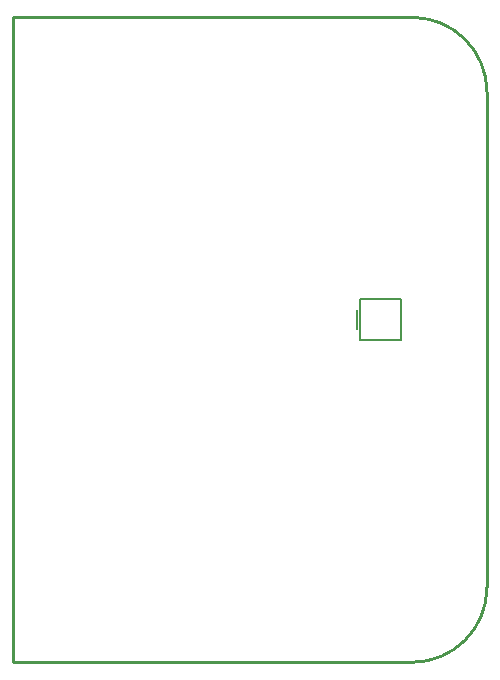
<source format=gm1>
G04*
G04 #@! TF.GenerationSoftware,Altium Limited,Altium Designer,19.1.9 (167)*
G04*
G04 Layer_Color=16711935*
%FSLAX43Y43*%
%MOMM*%
G71*
G01*
G75*
%ADD11C,0.254*%
%ADD12C,0.127*%
D11*
X33904Y0D02*
G03*
X40254Y6350I0J6350D01*
G01*
Y48260D02*
G03*
X33904Y54610I-6350J0D01*
G01*
X158Y0D02*
Y54587D01*
Y0D02*
X33904D01*
X158Y54610D02*
X33904D01*
X40253Y6386D02*
Y48296D01*
D12*
X29514Y30765D02*
X32964D01*
Y27315D02*
Y30765D01*
X29514Y27315D02*
X32964D01*
X29514D02*
Y30765D01*
X29239Y28240D02*
Y29840D01*
M02*

</source>
